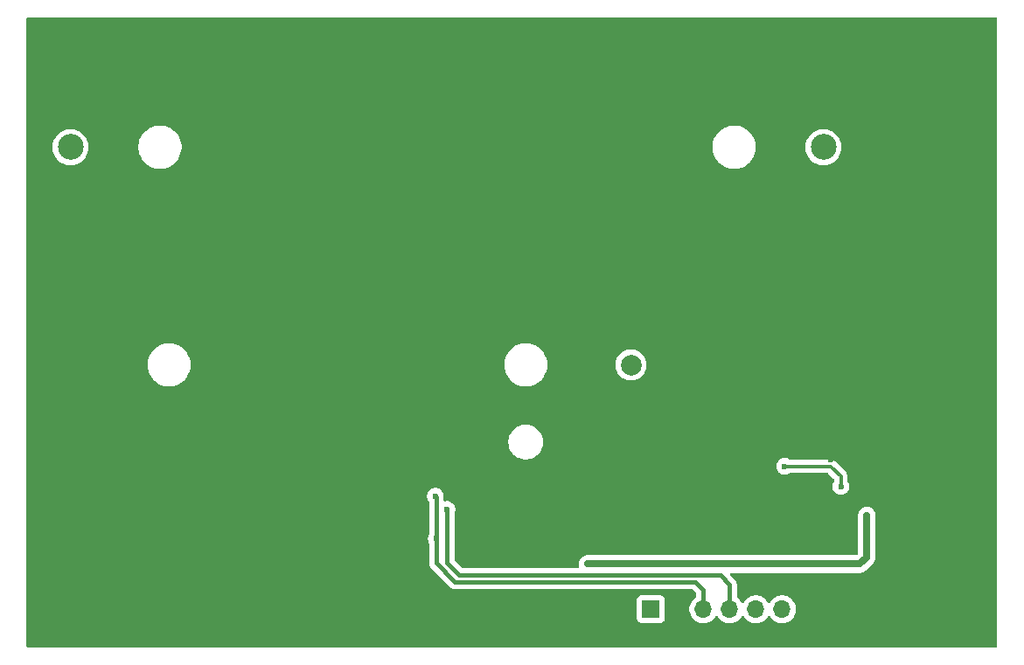
<source format=gbl>
%TF.GenerationSoftware,KiCad,Pcbnew,9.0.0*%
%TF.CreationDate,2025-03-15T23:12:27-07:00*%
%TF.ProjectId,Joule-Thief_R6,4a6f756c-652d-4546-9869-65665f52362e,5*%
%TF.SameCoordinates,Original*%
%TF.FileFunction,Copper,L2,Bot*%
%TF.FilePolarity,Positive*%
%FSLAX46Y46*%
G04 Gerber Fmt 4.6, Leading zero omitted, Abs format (unit mm)*
G04 Created by KiCad (PCBNEW 9.0.0) date 2025-03-15 23:12:27*
%MOMM*%
%LPD*%
G01*
G04 APERTURE LIST*
%TA.AperFunction,ComponentPad*%
%ADD10C,2.500000*%
%TD*%
%TA.AperFunction,ComponentPad*%
%ADD11C,2.000000*%
%TD*%
%TA.AperFunction,ComponentPad*%
%ADD12R,1.700000X1.700000*%
%TD*%
%TA.AperFunction,ComponentPad*%
%ADD13O,1.700000X1.700000*%
%TD*%
%TA.AperFunction,ViaPad*%
%ADD14C,0.600000*%
%TD*%
%TA.AperFunction,Conductor*%
%ADD15C,0.700000*%
%TD*%
%TA.AperFunction,Conductor*%
%ADD16C,0.400000*%
%TD*%
%TA.AperFunction,Conductor*%
%ADD17C,0.300000*%
%TD*%
G04 APERTURE END LIST*
D10*
%TO.P,BT1,1,+*%
%TO.N,LITH*%
X136300000Y-42400000D03*
%TO.P,BT1,2,-*%
%TO.N,Net-(BT1--)*%
X63400000Y-42400000D03*
%TD*%
D11*
%TO.P,BATT_1,1,+*%
%TO.N,+ALK*%
X117660000Y-63500000D03*
%TO.P,BATT_1,2,-*%
%TO.N,GND*%
X62600000Y-63500000D03*
%TD*%
D12*
%TO.P,J2,1,Pin_1*%
%TO.N,V5+*%
X119585000Y-87175000D03*
D13*
%TO.P,J2,2,Pin_2*%
%TO.N,GND*%
X122125000Y-87175000D03*
%TO.P,J2,3,Pin_3*%
%TO.N,SDA*%
X124665000Y-87175000D03*
%TO.P,J2,4,Pin_4*%
%TO.N,SCL*%
X127205000Y-87175000D03*
%TO.P,J2,5,Pin_5*%
%TO.N,SHDN*%
X129745000Y-87175000D03*
%TO.P,J2,6,Pin_6*%
%TO.N,LITH*%
X132285000Y-87175000D03*
%TD*%
D14*
%TO.N,SDA*%
X98790000Y-80330000D03*
%TO.N,GND*%
X137000979Y-72675519D03*
X125600000Y-73900000D03*
X95455000Y-82870000D03*
X145725000Y-36725000D03*
X132300000Y-78700000D03*
X123100000Y-71300000D03*
X128250000Y-77950000D03*
X141800000Y-74600000D03*
X121700000Y-80500000D03*
X117450000Y-73162500D03*
X103300000Y-76250000D03*
X87605000Y-72810000D03*
X129575000Y-71475000D03*
X106000000Y-79700000D03*
X85905000Y-80330000D03*
X141800000Y-75850000D03*
%TO.N,Net-(SW1-B)*%
X140500000Y-78100000D03*
X113450000Y-82800000D03*
%TO.N,SDA*%
X98716293Y-76207381D03*
%TO.N,SHDN*%
X132550000Y-73325000D03*
X137975000Y-75300000D03*
%TO.N,SCL*%
X99850000Y-77500000D03*
%TD*%
D15*
%TO.N,Net-(SW1-B)*%
X139825000Y-82800000D02*
X113450000Y-82800000D01*
X140500000Y-82125000D02*
X139825000Y-82800000D01*
X140500000Y-78100000D02*
X140500000Y-82125000D01*
D16*
%TO.N,SDA*%
X124665000Y-87175000D02*
X124665000Y-85315000D01*
X98800000Y-76291088D02*
X98716293Y-76207381D01*
X100625058Y-84525000D02*
X98800000Y-82699942D01*
X98800000Y-82699942D02*
X98800000Y-76291088D01*
X124665000Y-85315000D02*
X123875000Y-84525000D01*
X123875000Y-84525000D02*
X100625058Y-84525000D01*
D17*
%TO.N,SHDN*%
X137975000Y-74325000D02*
X136975000Y-73325000D01*
X137975000Y-75300000D02*
X137975000Y-74325000D01*
X136975000Y-73325000D02*
X132550000Y-73325000D01*
X137975000Y-75300000D02*
X138050000Y-75300000D01*
D16*
%TO.N,SCL*%
X126300000Y-83900000D02*
X127205000Y-84805000D01*
X99850000Y-77500000D02*
X99850000Y-82700000D01*
X101050000Y-83900000D02*
X126300000Y-83900000D01*
X127205000Y-84805000D02*
X127205000Y-87175000D01*
X99850000Y-82700000D02*
X101050000Y-83900000D01*
%TD*%
%TA.AperFunction,Conductor*%
%TO.N,GND*%
G36*
X153067539Y-29865185D02*
G01*
X153113294Y-29917989D01*
X153124500Y-29969500D01*
X153124500Y-90720500D01*
X153104815Y-90787539D01*
X153052011Y-90833294D01*
X153000500Y-90844500D01*
X59249500Y-90844500D01*
X59182461Y-90824815D01*
X59136706Y-90772011D01*
X59125500Y-90720500D01*
X59125500Y-86277135D01*
X118234500Y-86277135D01*
X118234500Y-88072870D01*
X118234501Y-88072876D01*
X118240908Y-88132483D01*
X118291202Y-88267328D01*
X118291206Y-88267335D01*
X118377452Y-88382544D01*
X118377455Y-88382547D01*
X118492664Y-88468793D01*
X118492671Y-88468797D01*
X118627517Y-88519091D01*
X118627516Y-88519091D01*
X118634444Y-88519835D01*
X118687127Y-88525500D01*
X120482872Y-88525499D01*
X120542483Y-88519091D01*
X120677331Y-88468796D01*
X120792546Y-88382546D01*
X120878796Y-88267331D01*
X120929091Y-88132483D01*
X120935500Y-88072873D01*
X120935499Y-86277128D01*
X120929091Y-86217517D01*
X120878796Y-86082669D01*
X120878795Y-86082668D01*
X120878793Y-86082664D01*
X120792547Y-85967455D01*
X120792544Y-85967452D01*
X120677335Y-85881206D01*
X120677328Y-85881202D01*
X120542482Y-85830908D01*
X120542483Y-85830908D01*
X120482883Y-85824501D01*
X120482881Y-85824500D01*
X120482873Y-85824500D01*
X120482864Y-85824500D01*
X118687129Y-85824500D01*
X118687123Y-85824501D01*
X118627516Y-85830908D01*
X118492671Y-85881202D01*
X118492664Y-85881206D01*
X118377455Y-85967452D01*
X118377452Y-85967455D01*
X118291206Y-86082664D01*
X118291202Y-86082671D01*
X118240908Y-86217517D01*
X118234501Y-86277116D01*
X118234501Y-86277123D01*
X118234500Y-86277135D01*
X59125500Y-86277135D01*
X59125500Y-76128534D01*
X97915793Y-76128534D01*
X97915793Y-76286227D01*
X97946554Y-76440870D01*
X97946557Y-76440882D01*
X98006895Y-76586553D01*
X98006902Y-76586566D01*
X98078602Y-76693871D01*
X98099480Y-76760548D01*
X98099500Y-76762762D01*
X98099500Y-79884929D01*
X98081967Y-79944638D01*
X98083479Y-79945447D01*
X98080602Y-79950828D01*
X98020264Y-80096498D01*
X98020261Y-80096510D01*
X97989500Y-80251153D01*
X97989500Y-80408846D01*
X98020261Y-80563489D01*
X98020264Y-80563501D01*
X98080603Y-80709174D01*
X98083478Y-80714552D01*
X98081544Y-80715585D01*
X98099480Y-80772849D01*
X98099500Y-80775071D01*
X98099500Y-82630948D01*
X98099500Y-82768936D01*
X98099500Y-82768938D01*
X98099499Y-82768938D01*
X98126418Y-82904264D01*
X98126421Y-82904274D01*
X98179222Y-83031749D01*
X98255887Y-83146487D01*
X100178512Y-85069112D01*
X100293250Y-85145777D01*
X100420725Y-85198578D01*
X100420730Y-85198580D01*
X100420734Y-85198580D01*
X100420735Y-85198581D01*
X100556061Y-85225500D01*
X100556064Y-85225500D01*
X100556065Y-85225500D01*
X123533481Y-85225500D01*
X123600520Y-85245185D01*
X123621162Y-85261819D01*
X123928181Y-85568838D01*
X123961666Y-85630161D01*
X123964500Y-85656519D01*
X123964500Y-85951452D01*
X123944815Y-86018491D01*
X123913385Y-86051770D01*
X123785213Y-86144890D01*
X123634890Y-86295213D01*
X123509951Y-86467179D01*
X123413444Y-86656585D01*
X123347753Y-86858760D01*
X123314500Y-87068713D01*
X123314500Y-87281286D01*
X123347753Y-87491239D01*
X123413444Y-87693414D01*
X123509951Y-87882820D01*
X123634890Y-88054786D01*
X123785213Y-88205109D01*
X123957179Y-88330048D01*
X123957181Y-88330049D01*
X123957184Y-88330051D01*
X124146588Y-88426557D01*
X124348757Y-88492246D01*
X124558713Y-88525500D01*
X124558714Y-88525500D01*
X124771286Y-88525500D01*
X124771287Y-88525500D01*
X124981243Y-88492246D01*
X125183412Y-88426557D01*
X125372816Y-88330051D01*
X125459138Y-88267335D01*
X125544786Y-88205109D01*
X125544788Y-88205106D01*
X125544792Y-88205104D01*
X125695104Y-88054792D01*
X125695106Y-88054788D01*
X125695109Y-88054786D01*
X125820048Y-87882820D01*
X125820047Y-87882820D01*
X125820051Y-87882816D01*
X125824514Y-87874054D01*
X125872488Y-87823259D01*
X125940308Y-87806463D01*
X126006444Y-87828999D01*
X126045486Y-87874056D01*
X126049951Y-87882820D01*
X126174890Y-88054786D01*
X126325213Y-88205109D01*
X126497179Y-88330048D01*
X126497181Y-88330049D01*
X126497184Y-88330051D01*
X126686588Y-88426557D01*
X126888757Y-88492246D01*
X127098713Y-88525500D01*
X127098714Y-88525500D01*
X127311286Y-88525500D01*
X127311287Y-88525500D01*
X127521243Y-88492246D01*
X127723412Y-88426557D01*
X127912816Y-88330051D01*
X127999138Y-88267335D01*
X128084786Y-88205109D01*
X128084788Y-88205106D01*
X128084792Y-88205104D01*
X128235104Y-88054792D01*
X128235106Y-88054788D01*
X128235109Y-88054786D01*
X128360048Y-87882820D01*
X128360047Y-87882820D01*
X128360051Y-87882816D01*
X128364514Y-87874054D01*
X128412488Y-87823259D01*
X128480308Y-87806463D01*
X128546444Y-87828999D01*
X128585486Y-87874056D01*
X128589951Y-87882820D01*
X128714890Y-88054786D01*
X128865213Y-88205109D01*
X129037179Y-88330048D01*
X129037181Y-88330049D01*
X129037184Y-88330051D01*
X129226588Y-88426557D01*
X129428757Y-88492246D01*
X129638713Y-88525500D01*
X129638714Y-88525500D01*
X129851286Y-88525500D01*
X129851287Y-88525500D01*
X130061243Y-88492246D01*
X130263412Y-88426557D01*
X130452816Y-88330051D01*
X130539138Y-88267335D01*
X130624786Y-88205109D01*
X130624788Y-88205106D01*
X130624792Y-88205104D01*
X130775104Y-88054792D01*
X130775106Y-88054788D01*
X130775109Y-88054786D01*
X130900048Y-87882820D01*
X130900047Y-87882820D01*
X130900051Y-87882816D01*
X130904514Y-87874054D01*
X130952488Y-87823259D01*
X131020308Y-87806463D01*
X131086444Y-87828999D01*
X131125486Y-87874056D01*
X131129951Y-87882820D01*
X131254890Y-88054786D01*
X131405213Y-88205109D01*
X131577179Y-88330048D01*
X131577181Y-88330049D01*
X131577184Y-88330051D01*
X131766588Y-88426557D01*
X131968757Y-88492246D01*
X132178713Y-88525500D01*
X132178714Y-88525500D01*
X132391286Y-88525500D01*
X132391287Y-88525500D01*
X132601243Y-88492246D01*
X132803412Y-88426557D01*
X132992816Y-88330051D01*
X133079138Y-88267335D01*
X133164786Y-88205109D01*
X133164788Y-88205106D01*
X133164792Y-88205104D01*
X133315104Y-88054792D01*
X133315106Y-88054788D01*
X133315109Y-88054786D01*
X133440048Y-87882820D01*
X133440047Y-87882820D01*
X133440051Y-87882816D01*
X133536557Y-87693412D01*
X133602246Y-87491243D01*
X133635500Y-87281287D01*
X133635500Y-87068713D01*
X133602246Y-86858757D01*
X133536557Y-86656588D01*
X133440051Y-86467184D01*
X133440049Y-86467181D01*
X133440048Y-86467179D01*
X133315109Y-86295213D01*
X133164786Y-86144890D01*
X132992820Y-86019951D01*
X132803414Y-85923444D01*
X132803413Y-85923443D01*
X132803412Y-85923443D01*
X132601243Y-85857754D01*
X132601241Y-85857753D01*
X132601240Y-85857753D01*
X132439957Y-85832208D01*
X132391287Y-85824500D01*
X132178713Y-85824500D01*
X132130042Y-85832208D01*
X131968760Y-85857753D01*
X131766585Y-85923444D01*
X131577179Y-86019951D01*
X131405213Y-86144890D01*
X131254890Y-86295213D01*
X131129949Y-86467182D01*
X131125484Y-86475946D01*
X131077509Y-86526742D01*
X131009688Y-86543536D01*
X130943553Y-86520998D01*
X130904516Y-86475946D01*
X130900050Y-86467182D01*
X130775109Y-86295213D01*
X130624786Y-86144890D01*
X130452820Y-86019951D01*
X130263414Y-85923444D01*
X130263413Y-85923443D01*
X130263412Y-85923443D01*
X130061243Y-85857754D01*
X130061241Y-85857753D01*
X130061240Y-85857753D01*
X129899957Y-85832208D01*
X129851287Y-85824500D01*
X129638713Y-85824500D01*
X129590042Y-85832208D01*
X129428760Y-85857753D01*
X129226585Y-85923444D01*
X129037179Y-86019951D01*
X128865213Y-86144890D01*
X128714890Y-86295213D01*
X128589949Y-86467182D01*
X128585484Y-86475946D01*
X128537509Y-86526742D01*
X128469688Y-86543536D01*
X128403553Y-86520998D01*
X128364516Y-86475946D01*
X128360050Y-86467182D01*
X128235109Y-86295213D01*
X128084786Y-86144890D01*
X127956615Y-86051770D01*
X127913949Y-85996441D01*
X127905500Y-85951452D01*
X127905500Y-84736004D01*
X127905499Y-84736002D01*
X127878581Y-84600676D01*
X127878580Y-84600672D01*
X127878511Y-84600506D01*
X127878428Y-84600306D01*
X127825778Y-84473196D01*
X127825777Y-84473195D01*
X127825775Y-84473189D01*
X127749114Y-84358457D01*
X127749112Y-84358454D01*
X127749111Y-84358453D01*
X127252838Y-83862181D01*
X127219353Y-83800858D01*
X127224337Y-83731167D01*
X127266208Y-83675233D01*
X127331673Y-83650816D01*
X127340519Y-83650500D01*
X139908768Y-83650500D01*
X139908769Y-83650499D01*
X139963538Y-83639605D01*
X140073074Y-83617818D01*
X140073078Y-83617816D01*
X140073082Y-83617816D01*
X140118415Y-83599037D01*
X140227863Y-83553704D01*
X140367162Y-83460627D01*
X141160626Y-82667162D01*
X141253704Y-82527863D01*
X141317816Y-82373081D01*
X141334399Y-82289711D01*
X141350500Y-82208767D01*
X141350500Y-78016233D01*
X141317816Y-77851918D01*
X141253703Y-77697137D01*
X141222537Y-77650494D01*
X141160626Y-77557837D01*
X141042162Y-77439373D01*
X140902860Y-77346295D01*
X140748082Y-77282184D01*
X140748074Y-77282182D01*
X140583771Y-77249500D01*
X140583767Y-77249500D01*
X140416233Y-77249500D01*
X140416228Y-77249500D01*
X140251925Y-77282182D01*
X140251917Y-77282184D01*
X140097139Y-77346295D01*
X139957837Y-77439373D01*
X139839373Y-77557837D01*
X139746295Y-77697139D01*
X139682184Y-77851917D01*
X139682182Y-77851925D01*
X139649500Y-78016228D01*
X139649500Y-81721349D01*
X139640855Y-81750789D01*
X139634332Y-81780776D01*
X139630577Y-81785791D01*
X139629815Y-81788388D01*
X139613181Y-81809030D01*
X139509030Y-81913181D01*
X139447707Y-81946666D01*
X139421349Y-81949500D01*
X113366228Y-81949500D01*
X113201925Y-81982182D01*
X113201917Y-81982184D01*
X113047139Y-82046295D01*
X112907837Y-82139373D01*
X112789373Y-82257837D01*
X112696295Y-82397139D01*
X112632184Y-82551917D01*
X112632182Y-82551925D01*
X112599500Y-82716228D01*
X112599500Y-82883771D01*
X112632825Y-83051309D01*
X112626598Y-83120901D01*
X112583734Y-83176078D01*
X112517845Y-83199322D01*
X112511208Y-83199500D01*
X101391519Y-83199500D01*
X101324480Y-83179815D01*
X101303838Y-83163181D01*
X100586819Y-82446162D01*
X100553334Y-82384839D01*
X100550500Y-82358481D01*
X100550500Y-77925316D01*
X100559939Y-77877864D01*
X100619735Y-77733501D01*
X100619737Y-77733497D01*
X100650500Y-77578842D01*
X100650500Y-77421158D01*
X100650500Y-77421155D01*
X100650499Y-77421153D01*
X100622856Y-77282184D01*
X100619737Y-77266503D01*
X100612694Y-77249500D01*
X100559397Y-77120827D01*
X100559390Y-77120814D01*
X100471789Y-76989711D01*
X100471786Y-76989707D01*
X100360292Y-76878213D01*
X100360288Y-76878210D01*
X100229185Y-76790609D01*
X100229172Y-76790602D01*
X100083501Y-76730264D01*
X100083489Y-76730261D01*
X99928845Y-76699500D01*
X99928842Y-76699500D01*
X99771158Y-76699500D01*
X99771153Y-76699500D01*
X99648691Y-76723859D01*
X99627707Y-76721981D01*
X99606853Y-76724980D01*
X99593605Y-76718930D01*
X99579099Y-76717632D01*
X99562461Y-76704706D01*
X99543297Y-76695955D01*
X99535422Y-76683702D01*
X99523922Y-76674768D01*
X99516913Y-76654900D01*
X99505523Y-76637177D01*
X99501988Y-76612593D01*
X99500678Y-76608879D01*
X99500500Y-76602242D01*
X99500500Y-76380344D01*
X99502883Y-76356152D01*
X99516793Y-76286225D01*
X99516793Y-76128536D01*
X99516792Y-76128534D01*
X99493093Y-76009394D01*
X99486030Y-75973884D01*
X99464452Y-75921789D01*
X99425690Y-75828208D01*
X99425683Y-75828195D01*
X99338082Y-75697092D01*
X99338079Y-75697088D01*
X99226585Y-75585594D01*
X99226581Y-75585591D01*
X99095478Y-75497990D01*
X99095465Y-75497983D01*
X98949794Y-75437645D01*
X98949782Y-75437642D01*
X98795138Y-75406881D01*
X98795135Y-75406881D01*
X98637451Y-75406881D01*
X98637448Y-75406881D01*
X98482803Y-75437642D01*
X98482791Y-75437645D01*
X98337120Y-75497983D01*
X98337107Y-75497990D01*
X98206004Y-75585591D01*
X98206000Y-75585594D01*
X98094506Y-75697088D01*
X98094503Y-75697092D01*
X98006902Y-75828195D01*
X98006895Y-75828208D01*
X97946557Y-75973879D01*
X97946554Y-75973891D01*
X97915793Y-76128534D01*
X59125500Y-76128534D01*
X59125500Y-73246153D01*
X131749500Y-73246153D01*
X131749500Y-73403846D01*
X131780261Y-73558489D01*
X131780264Y-73558501D01*
X131840602Y-73704172D01*
X131840609Y-73704185D01*
X131928210Y-73835288D01*
X131928213Y-73835292D01*
X132039707Y-73946786D01*
X132039711Y-73946789D01*
X132170814Y-74034390D01*
X132170827Y-74034397D01*
X132295931Y-74086216D01*
X132316503Y-74094737D01*
X132471153Y-74125499D01*
X132471156Y-74125500D01*
X132471158Y-74125500D01*
X132628844Y-74125500D01*
X132628845Y-74125499D01*
X132783497Y-74094737D01*
X132929179Y-74034394D01*
X132986044Y-73996397D01*
X133052721Y-73975520D01*
X133054935Y-73975500D01*
X136654192Y-73975500D01*
X136721231Y-73995185D01*
X136741873Y-74011819D01*
X137288181Y-74558127D01*
X137302884Y-74585054D01*
X137319477Y-74610873D01*
X137320368Y-74617073D01*
X137321666Y-74619450D01*
X137324500Y-74645808D01*
X137324500Y-74795064D01*
X137304815Y-74862103D01*
X137303603Y-74863954D01*
X137265608Y-74920817D01*
X137265602Y-74920828D01*
X137205264Y-75066498D01*
X137205261Y-75066510D01*
X137174500Y-75221153D01*
X137174500Y-75378846D01*
X137205261Y-75533489D01*
X137205264Y-75533501D01*
X137265602Y-75679172D01*
X137265609Y-75679185D01*
X137353210Y-75810288D01*
X137353213Y-75810292D01*
X137464707Y-75921786D01*
X137464711Y-75921789D01*
X137595814Y-76009390D01*
X137595827Y-76009397D01*
X137741498Y-76069735D01*
X137741503Y-76069737D01*
X137896153Y-76100499D01*
X137896156Y-76100500D01*
X137896158Y-76100500D01*
X138053844Y-76100500D01*
X138053845Y-76100499D01*
X138208497Y-76069737D01*
X138354179Y-76009394D01*
X138485289Y-75921789D01*
X138596789Y-75810289D01*
X138684394Y-75679179D01*
X138744737Y-75533497D01*
X138775500Y-75378842D01*
X138775500Y-75221158D01*
X138775500Y-75221155D01*
X138775499Y-75221153D01*
X138744738Y-75066510D01*
X138744737Y-75066503D01*
X138684394Y-74920821D01*
X138646396Y-74863953D01*
X138625520Y-74797276D01*
X138625500Y-74795064D01*
X138625500Y-74260928D01*
X138600502Y-74135260D01*
X138600500Y-74135254D01*
X138580189Y-74086221D01*
X138580187Y-74086216D01*
X138551468Y-74016878D01*
X138551462Y-74016868D01*
X138480278Y-73910332D01*
X138480272Y-73910325D01*
X137389673Y-72819726D01*
X137389669Y-72819723D01*
X137283127Y-72748535D01*
X137164744Y-72699499D01*
X137164738Y-72699497D01*
X137039071Y-72674500D01*
X137039069Y-72674500D01*
X133054935Y-72674500D01*
X132987896Y-72654815D01*
X132986090Y-72653633D01*
X132929179Y-72615606D01*
X132929172Y-72615602D01*
X132783501Y-72555264D01*
X132783489Y-72555261D01*
X132628845Y-72524500D01*
X132628842Y-72524500D01*
X132471158Y-72524500D01*
X132471155Y-72524500D01*
X132316510Y-72555261D01*
X132316498Y-72555264D01*
X132170827Y-72615602D01*
X132170814Y-72615609D01*
X132039711Y-72703210D01*
X132039707Y-72703213D01*
X131928213Y-72814707D01*
X131928210Y-72814711D01*
X131840609Y-72945814D01*
X131840602Y-72945827D01*
X131780264Y-73091498D01*
X131780261Y-73091510D01*
X131749500Y-73246153D01*
X59125500Y-73246153D01*
X59125500Y-70859846D01*
X105789500Y-70859846D01*
X105789500Y-71080153D01*
X105800967Y-71167248D01*
X105818254Y-71298553D01*
X105875269Y-71511337D01*
X105875272Y-71511347D01*
X105959569Y-71714857D01*
X105959574Y-71714868D01*
X106069712Y-71905631D01*
X106069723Y-71905647D01*
X106203820Y-72080406D01*
X106203826Y-72080413D01*
X106359586Y-72236173D01*
X106359592Y-72236178D01*
X106534361Y-72370283D01*
X106534368Y-72370287D01*
X106725131Y-72480425D01*
X106725136Y-72480427D01*
X106725139Y-72480429D01*
X106831536Y-72524500D01*
X106905806Y-72555264D01*
X106928662Y-72564731D01*
X107141447Y-72621746D01*
X107359854Y-72650500D01*
X107359861Y-72650500D01*
X107580139Y-72650500D01*
X107580146Y-72650500D01*
X107798553Y-72621746D01*
X108011338Y-72564731D01*
X108214861Y-72480429D01*
X108405639Y-72370283D01*
X108580408Y-72236178D01*
X108736178Y-72080408D01*
X108870283Y-71905639D01*
X108980429Y-71714861D01*
X109064731Y-71511338D01*
X109121746Y-71298553D01*
X109150500Y-71080146D01*
X109150500Y-70859854D01*
X109121746Y-70641447D01*
X109064731Y-70428662D01*
X108980429Y-70225139D01*
X108980427Y-70225136D01*
X108980425Y-70225131D01*
X108870287Y-70034368D01*
X108870283Y-70034361D01*
X108736178Y-69859592D01*
X108736173Y-69859586D01*
X108580413Y-69703826D01*
X108580406Y-69703820D01*
X108405647Y-69569723D01*
X108405645Y-69569721D01*
X108405639Y-69569717D01*
X108405634Y-69569714D01*
X108405631Y-69569712D01*
X108214868Y-69459574D01*
X108214857Y-69459569D01*
X108011347Y-69375272D01*
X108011340Y-69375270D01*
X108011338Y-69375269D01*
X107798553Y-69318254D01*
X107762052Y-69313448D01*
X107580153Y-69289500D01*
X107580146Y-69289500D01*
X107359854Y-69289500D01*
X107359846Y-69289500D01*
X107151960Y-69316869D01*
X107141447Y-69318254D01*
X106928662Y-69375269D01*
X106928652Y-69375272D01*
X106725142Y-69459569D01*
X106725131Y-69459574D01*
X106534368Y-69569712D01*
X106534352Y-69569723D01*
X106359593Y-69703820D01*
X106359586Y-69703826D01*
X106203826Y-69859586D01*
X106203820Y-69859593D01*
X106069723Y-70034352D01*
X106069712Y-70034368D01*
X105959574Y-70225131D01*
X105959569Y-70225142D01*
X105875272Y-70428652D01*
X105875269Y-70428662D01*
X105818255Y-70641444D01*
X105818253Y-70641455D01*
X105789500Y-70859846D01*
X59125500Y-70859846D01*
X59125500Y-63362987D01*
X70839500Y-63362987D01*
X70839500Y-63637012D01*
X70839501Y-63637028D01*
X70875267Y-63908700D01*
X70875268Y-63908705D01*
X70875269Y-63908711D01*
X70920092Y-64075992D01*
X70946195Y-64173410D01*
X70946200Y-64173426D01*
X71051059Y-64426579D01*
X71051067Y-64426596D01*
X71188078Y-64663904D01*
X71188089Y-64663920D01*
X71354904Y-64881318D01*
X71354910Y-64881325D01*
X71548674Y-65075089D01*
X71548680Y-65075094D01*
X71766088Y-65241917D01*
X71766095Y-65241921D01*
X72003403Y-65378932D01*
X72003408Y-65378934D01*
X72003411Y-65378936D01*
X72003415Y-65378937D01*
X72003420Y-65378940D01*
X72256573Y-65483799D01*
X72256579Y-65483800D01*
X72256589Y-65483805D01*
X72521289Y-65554731D01*
X72792981Y-65590500D01*
X72792988Y-65590500D01*
X73067012Y-65590500D01*
X73067019Y-65590500D01*
X73338711Y-65554731D01*
X73603411Y-65483805D01*
X73603423Y-65483799D01*
X73603426Y-65483799D01*
X73856579Y-65378940D01*
X73856589Y-65378936D01*
X74093912Y-65241917D01*
X74311320Y-65075094D01*
X74505094Y-64881320D01*
X74671917Y-64663912D01*
X74808936Y-64426589D01*
X74913805Y-64173411D01*
X74984731Y-63908711D01*
X75020500Y-63637019D01*
X75020500Y-63362987D01*
X105379500Y-63362987D01*
X105379500Y-63637012D01*
X105379501Y-63637028D01*
X105415267Y-63908700D01*
X105415268Y-63908705D01*
X105415269Y-63908711D01*
X105460092Y-64075992D01*
X105486195Y-64173410D01*
X105486200Y-64173426D01*
X105591059Y-64426579D01*
X105591067Y-64426596D01*
X105728078Y-64663904D01*
X105728089Y-64663920D01*
X105894904Y-64881318D01*
X105894910Y-64881325D01*
X106088674Y-65075089D01*
X106088680Y-65075094D01*
X106306088Y-65241917D01*
X106306095Y-65241921D01*
X106543403Y-65378932D01*
X106543408Y-65378934D01*
X106543411Y-65378936D01*
X106543415Y-65378937D01*
X106543420Y-65378940D01*
X106796573Y-65483799D01*
X106796579Y-65483800D01*
X106796589Y-65483805D01*
X107061289Y-65554731D01*
X107332981Y-65590500D01*
X107332988Y-65590500D01*
X107607012Y-65590500D01*
X107607019Y-65590500D01*
X107878711Y-65554731D01*
X108143411Y-65483805D01*
X108143423Y-65483799D01*
X108143426Y-65483799D01*
X108396579Y-65378940D01*
X108396589Y-65378936D01*
X108633912Y-65241917D01*
X108851320Y-65075094D01*
X109045094Y-64881320D01*
X109211917Y-64663912D01*
X109348936Y-64426589D01*
X109453805Y-64173411D01*
X109524731Y-63908711D01*
X109560500Y-63637019D01*
X109560500Y-63381902D01*
X116159500Y-63381902D01*
X116159500Y-63618097D01*
X116196446Y-63851368D01*
X116269433Y-64075996D01*
X116319069Y-64173411D01*
X116376657Y-64286433D01*
X116515483Y-64477510D01*
X116682490Y-64644517D01*
X116873567Y-64783343D01*
X116972991Y-64834002D01*
X117084003Y-64890566D01*
X117084005Y-64890566D01*
X117084008Y-64890568D01*
X117204412Y-64929689D01*
X117308631Y-64963553D01*
X117541903Y-65000500D01*
X117541908Y-65000500D01*
X117778097Y-65000500D01*
X118011368Y-64963553D01*
X118235992Y-64890568D01*
X118446433Y-64783343D01*
X118637510Y-64644517D01*
X118804517Y-64477510D01*
X118943343Y-64286433D01*
X119050568Y-64075992D01*
X119123553Y-63851368D01*
X119138921Y-63754339D01*
X119160500Y-63618097D01*
X119160500Y-63381902D01*
X119123553Y-63148631D01*
X119089689Y-63044412D01*
X119050568Y-62924008D01*
X119050566Y-62924005D01*
X119050566Y-62924003D01*
X118943342Y-62713566D01*
X118804517Y-62522490D01*
X118637510Y-62355483D01*
X118446433Y-62216657D01*
X118235996Y-62109433D01*
X118011368Y-62036446D01*
X117778097Y-61999500D01*
X117778092Y-61999500D01*
X117541908Y-61999500D01*
X117541903Y-61999500D01*
X117308631Y-62036446D01*
X117084003Y-62109433D01*
X116873566Y-62216657D01*
X116764550Y-62295862D01*
X116682490Y-62355483D01*
X116682488Y-62355485D01*
X116682487Y-62355485D01*
X116515485Y-62522487D01*
X116515485Y-62522488D01*
X116515483Y-62522490D01*
X116478487Y-62573411D01*
X116376657Y-62713566D01*
X116269433Y-62924003D01*
X116196446Y-63148631D01*
X116159500Y-63381902D01*
X109560500Y-63381902D01*
X109560500Y-63362981D01*
X109524731Y-63091289D01*
X109453805Y-62826589D01*
X109453800Y-62826579D01*
X109453799Y-62826573D01*
X109348940Y-62573420D01*
X109348932Y-62573403D01*
X109211921Y-62336095D01*
X109211917Y-62336088D01*
X109045094Y-62118680D01*
X109045089Y-62118674D01*
X108851325Y-61924910D01*
X108851318Y-61924904D01*
X108633920Y-61758089D01*
X108633918Y-61758087D01*
X108633912Y-61758083D01*
X108633907Y-61758080D01*
X108633904Y-61758078D01*
X108396596Y-61621067D01*
X108396579Y-61621059D01*
X108143426Y-61516200D01*
X108143414Y-61516196D01*
X108143411Y-61516195D01*
X107878711Y-61445269D01*
X107878705Y-61445268D01*
X107878700Y-61445267D01*
X107607028Y-61409501D01*
X107607025Y-61409500D01*
X107607019Y-61409500D01*
X107332981Y-61409500D01*
X107332975Y-61409500D01*
X107332971Y-61409501D01*
X107061299Y-61445267D01*
X107061292Y-61445268D01*
X107061289Y-61445269D01*
X106796589Y-61516195D01*
X106796573Y-61516200D01*
X106543420Y-61621059D01*
X106543403Y-61621067D01*
X106306095Y-61758078D01*
X106306079Y-61758089D01*
X106088681Y-61924904D01*
X106088674Y-61924910D01*
X105894910Y-62118674D01*
X105894904Y-62118681D01*
X105728089Y-62336079D01*
X105728078Y-62336095D01*
X105591067Y-62573403D01*
X105591059Y-62573420D01*
X105486200Y-62826573D01*
X105486195Y-62826589D01*
X105417473Y-63083066D01*
X105415270Y-63091286D01*
X105415267Y-63091299D01*
X105379501Y-63362971D01*
X105379500Y-63362987D01*
X75020500Y-63362987D01*
X75020500Y-63362981D01*
X74984731Y-63091289D01*
X74913805Y-62826589D01*
X74913800Y-62826579D01*
X74913799Y-62826573D01*
X74808940Y-62573420D01*
X74808932Y-62573403D01*
X74671921Y-62336095D01*
X74671917Y-62336088D01*
X74505094Y-62118680D01*
X74505089Y-62118674D01*
X74311325Y-61924910D01*
X74311318Y-61924904D01*
X74093920Y-61758089D01*
X74093918Y-61758087D01*
X74093912Y-61758083D01*
X74093907Y-61758080D01*
X74093904Y-61758078D01*
X73856596Y-61621067D01*
X73856579Y-61621059D01*
X73603426Y-61516200D01*
X73603414Y-61516196D01*
X73603411Y-61516195D01*
X73338711Y-61445269D01*
X73338705Y-61445268D01*
X73338700Y-61445267D01*
X73067028Y-61409501D01*
X73067025Y-61409500D01*
X73067019Y-61409500D01*
X72792981Y-61409500D01*
X72792975Y-61409500D01*
X72792971Y-61409501D01*
X72521299Y-61445267D01*
X72521292Y-61445268D01*
X72521289Y-61445269D01*
X72256589Y-61516195D01*
X72256573Y-61516200D01*
X72003420Y-61621059D01*
X72003403Y-61621067D01*
X71766095Y-61758078D01*
X71766079Y-61758089D01*
X71548681Y-61924904D01*
X71548674Y-61924910D01*
X71354910Y-62118674D01*
X71354904Y-62118681D01*
X71188089Y-62336079D01*
X71188078Y-62336095D01*
X71051067Y-62573403D01*
X71051059Y-62573420D01*
X70946200Y-62826573D01*
X70946195Y-62826589D01*
X70877473Y-63083066D01*
X70875270Y-63091286D01*
X70875267Y-63091299D01*
X70839501Y-63362971D01*
X70839500Y-63362987D01*
X59125500Y-63362987D01*
X59125500Y-42285258D01*
X61649500Y-42285258D01*
X61649500Y-42514741D01*
X61652521Y-42537684D01*
X61679452Y-42742238D01*
X61679453Y-42742240D01*
X61738842Y-42963887D01*
X61826650Y-43175876D01*
X61826656Y-43175888D01*
X61916219Y-43331017D01*
X61941392Y-43374617D01*
X62081081Y-43556661D01*
X62081089Y-43556670D01*
X62243330Y-43718911D01*
X62243338Y-43718918D01*
X62425382Y-43858607D01*
X62425385Y-43858608D01*
X62425388Y-43858611D01*
X62624112Y-43973344D01*
X62624117Y-43973346D01*
X62624123Y-43973349D01*
X62715480Y-44011190D01*
X62836113Y-44061158D01*
X63057762Y-44120548D01*
X63285266Y-44150500D01*
X63285273Y-44150500D01*
X63514727Y-44150500D01*
X63514734Y-44150500D01*
X63742238Y-44120548D01*
X63963887Y-44061158D01*
X64175888Y-43973344D01*
X64374612Y-43858611D01*
X64556661Y-43718919D01*
X64556665Y-43718914D01*
X64556670Y-43718911D01*
X64718911Y-43556670D01*
X64718914Y-43556665D01*
X64718919Y-43556661D01*
X64858611Y-43374612D01*
X64973344Y-43175888D01*
X65061158Y-42963887D01*
X65120548Y-42742238D01*
X65150500Y-42514734D01*
X65150500Y-42285266D01*
X65147481Y-42262332D01*
X69949500Y-42262332D01*
X69949500Y-42537667D01*
X69949501Y-42537684D01*
X69985438Y-42810655D01*
X69985439Y-42810660D01*
X69985440Y-42810666D01*
X69985441Y-42810668D01*
X70056704Y-43076630D01*
X70162075Y-43331017D01*
X70162080Y-43331028D01*
X70241809Y-43469121D01*
X70299751Y-43569479D01*
X70299753Y-43569482D01*
X70299754Y-43569483D01*
X70467370Y-43787926D01*
X70467376Y-43787933D01*
X70662066Y-43982623D01*
X70662072Y-43982628D01*
X70880521Y-44150249D01*
X71033778Y-44238732D01*
X71118971Y-44287919D01*
X71118976Y-44287921D01*
X71118979Y-44287923D01*
X71373368Y-44393295D01*
X71639334Y-44464560D01*
X71912326Y-44500500D01*
X71912333Y-44500500D01*
X72187667Y-44500500D01*
X72187674Y-44500500D01*
X72460666Y-44464560D01*
X72726632Y-44393295D01*
X72981021Y-44287923D01*
X73219479Y-44150249D01*
X73437928Y-43982628D01*
X73632628Y-43787928D01*
X73800249Y-43569479D01*
X73937923Y-43331021D01*
X74043295Y-43076632D01*
X74114560Y-42810666D01*
X74150500Y-42537674D01*
X74150500Y-42262332D01*
X125549500Y-42262332D01*
X125549500Y-42537667D01*
X125549501Y-42537684D01*
X125585438Y-42810655D01*
X125585439Y-42810660D01*
X125585440Y-42810666D01*
X125585441Y-42810668D01*
X125656704Y-43076630D01*
X125762075Y-43331017D01*
X125762080Y-43331028D01*
X125841809Y-43469121D01*
X125899751Y-43569479D01*
X125899753Y-43569482D01*
X125899754Y-43569483D01*
X126067370Y-43787926D01*
X126067376Y-43787933D01*
X126262066Y-43982623D01*
X126262072Y-43982628D01*
X126480521Y-44150249D01*
X126633778Y-44238732D01*
X126718971Y-44287919D01*
X126718976Y-44287921D01*
X126718979Y-44287923D01*
X126973368Y-44393295D01*
X127239334Y-44464560D01*
X127512326Y-44500500D01*
X127512333Y-44500500D01*
X127787667Y-44500500D01*
X127787674Y-44500500D01*
X128060666Y-44464560D01*
X128326632Y-44393295D01*
X128581021Y-44287923D01*
X128819479Y-44150249D01*
X129037928Y-43982628D01*
X129232628Y-43787928D01*
X129400249Y-43569479D01*
X129537923Y-43331021D01*
X129643295Y-43076632D01*
X129714560Y-42810666D01*
X129750500Y-42537674D01*
X129750500Y-42285258D01*
X134549500Y-42285258D01*
X134549500Y-42514741D01*
X134552521Y-42537684D01*
X134579452Y-42742238D01*
X134579453Y-42742240D01*
X134638842Y-42963887D01*
X134726650Y-43175876D01*
X134726656Y-43175888D01*
X134816219Y-43331017D01*
X134841392Y-43374617D01*
X134981081Y-43556661D01*
X134981089Y-43556670D01*
X135143330Y-43718911D01*
X135143338Y-43718918D01*
X135325382Y-43858607D01*
X135325385Y-43858608D01*
X135325388Y-43858611D01*
X135524112Y-43973344D01*
X135524117Y-43973346D01*
X135524123Y-43973349D01*
X135615480Y-44011190D01*
X135736113Y-44061158D01*
X135957762Y-44120548D01*
X136185266Y-44150500D01*
X136185273Y-44150500D01*
X136414727Y-44150500D01*
X136414734Y-44150500D01*
X136642238Y-44120548D01*
X136863887Y-44061158D01*
X137075888Y-43973344D01*
X137274612Y-43858611D01*
X137456661Y-43718919D01*
X137456665Y-43718914D01*
X137456670Y-43718911D01*
X137618911Y-43556670D01*
X137618914Y-43556665D01*
X137618919Y-43556661D01*
X137758611Y-43374612D01*
X137873344Y-43175888D01*
X137961158Y-42963887D01*
X138020548Y-42742238D01*
X138050500Y-42514734D01*
X138050500Y-42285266D01*
X138020548Y-42057762D01*
X137961158Y-41836113D01*
X137873344Y-41624112D01*
X137758611Y-41425388D01*
X137758608Y-41425385D01*
X137758607Y-41425382D01*
X137618918Y-41243338D01*
X137618911Y-41243330D01*
X137456670Y-41081089D01*
X137456661Y-41081081D01*
X137274617Y-40941392D01*
X137075890Y-40826657D01*
X137075876Y-40826650D01*
X136863887Y-40738842D01*
X136642238Y-40679452D01*
X136604215Y-40674446D01*
X136414741Y-40649500D01*
X136414734Y-40649500D01*
X136185266Y-40649500D01*
X136185258Y-40649500D01*
X135968715Y-40678009D01*
X135957762Y-40679452D01*
X135864076Y-40704554D01*
X135736112Y-40738842D01*
X135524123Y-40826650D01*
X135524109Y-40826657D01*
X135325382Y-40941392D01*
X135143338Y-41081081D01*
X134981081Y-41243338D01*
X134841392Y-41425382D01*
X134726657Y-41624109D01*
X134726650Y-41624123D01*
X134638842Y-41836112D01*
X134579453Y-42057759D01*
X134579451Y-42057770D01*
X134549500Y-42285258D01*
X129750500Y-42285258D01*
X129750500Y-42262326D01*
X129714560Y-41989334D01*
X129643295Y-41723368D01*
X129537923Y-41468979D01*
X129537921Y-41468976D01*
X129537919Y-41468971D01*
X129488732Y-41383778D01*
X129400249Y-41230521D01*
X129232628Y-41012072D01*
X129232623Y-41012066D01*
X129037933Y-40817376D01*
X129037926Y-40817370D01*
X128819483Y-40649754D01*
X128819482Y-40649753D01*
X128819479Y-40649751D01*
X128724407Y-40594861D01*
X128581028Y-40512080D01*
X128581017Y-40512075D01*
X128326630Y-40406704D01*
X128193649Y-40371072D01*
X128060666Y-40335440D01*
X128060660Y-40335439D01*
X128060655Y-40335438D01*
X127787684Y-40299501D01*
X127787679Y-40299500D01*
X127787674Y-40299500D01*
X127512326Y-40299500D01*
X127512320Y-40299500D01*
X127512315Y-40299501D01*
X127239344Y-40335438D01*
X127239337Y-40335439D01*
X127239334Y-40335440D01*
X127183125Y-40350500D01*
X126973369Y-40406704D01*
X126718982Y-40512075D01*
X126718971Y-40512080D01*
X126480516Y-40649754D01*
X126262073Y-40817370D01*
X126262066Y-40817376D01*
X126067376Y-41012066D01*
X126067370Y-41012073D01*
X125899754Y-41230516D01*
X125762080Y-41468971D01*
X125762075Y-41468982D01*
X125656704Y-41723369D01*
X125585441Y-41989331D01*
X125585438Y-41989344D01*
X125549501Y-42262315D01*
X125549500Y-42262332D01*
X74150500Y-42262332D01*
X74150500Y-42262326D01*
X74114560Y-41989334D01*
X74043295Y-41723368D01*
X73937923Y-41468979D01*
X73937921Y-41468976D01*
X73937919Y-41468971D01*
X73888732Y-41383778D01*
X73800249Y-41230521D01*
X73632628Y-41012072D01*
X73632623Y-41012066D01*
X73437933Y-40817376D01*
X73437926Y-40817370D01*
X73219483Y-40649754D01*
X73219482Y-40649753D01*
X73219479Y-40649751D01*
X73124407Y-40594861D01*
X72981028Y-40512080D01*
X72981017Y-40512075D01*
X72726630Y-40406704D01*
X72593649Y-40371072D01*
X72460666Y-40335440D01*
X72460660Y-40335439D01*
X72460655Y-40335438D01*
X72187684Y-40299501D01*
X72187679Y-40299500D01*
X72187674Y-40299500D01*
X71912326Y-40299500D01*
X71912320Y-40299500D01*
X71912315Y-40299501D01*
X71639344Y-40335438D01*
X71639337Y-40335439D01*
X71639334Y-40335440D01*
X71583125Y-40350500D01*
X71373369Y-40406704D01*
X71118982Y-40512075D01*
X71118971Y-40512080D01*
X70880516Y-40649754D01*
X70662073Y-40817370D01*
X70662066Y-40817376D01*
X70467376Y-41012066D01*
X70467370Y-41012073D01*
X70299754Y-41230516D01*
X70162080Y-41468971D01*
X70162075Y-41468982D01*
X70056704Y-41723369D01*
X69985441Y-41989331D01*
X69985438Y-41989344D01*
X69949501Y-42262315D01*
X69949500Y-42262332D01*
X65147481Y-42262332D01*
X65120548Y-42057762D01*
X65061158Y-41836113D01*
X64973344Y-41624112D01*
X64858611Y-41425388D01*
X64858608Y-41425385D01*
X64858607Y-41425382D01*
X64718918Y-41243338D01*
X64718911Y-41243330D01*
X64556670Y-41081089D01*
X64556661Y-41081081D01*
X64374617Y-40941392D01*
X64175890Y-40826657D01*
X64175876Y-40826650D01*
X63963887Y-40738842D01*
X63742238Y-40679452D01*
X63704215Y-40674446D01*
X63514741Y-40649500D01*
X63514734Y-40649500D01*
X63285266Y-40649500D01*
X63285258Y-40649500D01*
X63068715Y-40678009D01*
X63057762Y-40679452D01*
X62964076Y-40704554D01*
X62836112Y-40738842D01*
X62624123Y-40826650D01*
X62624109Y-40826657D01*
X62425382Y-40941392D01*
X62243338Y-41081081D01*
X62081081Y-41243338D01*
X61941392Y-41425382D01*
X61826657Y-41624109D01*
X61826650Y-41624123D01*
X61738842Y-41836112D01*
X61679453Y-42057759D01*
X61679451Y-42057770D01*
X61649500Y-42285258D01*
X59125500Y-42285258D01*
X59125500Y-29969500D01*
X59145185Y-29902461D01*
X59197989Y-29856706D01*
X59249500Y-29845500D01*
X153000500Y-29845500D01*
X153067539Y-29865185D01*
G37*
%TD.AperFunction*%
%TD*%
M02*

</source>
